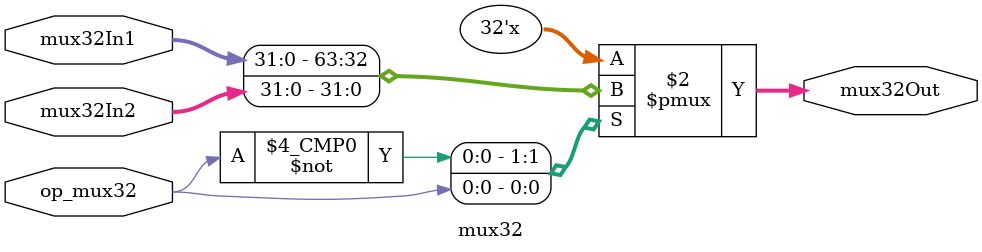
<source format=v>

module mux32 (mux32In1, mux32In2, op_mux32, mux32Out);

    // Entradas do multiplexador de 32 bits;
	input [31:0] mux32In1, mux32In2;

    // Operação a ser executada no multiplexador;
	input op_mux32;

    // Saída do multiplexador;
	output reg [31:0] mux32Out;

    // Escolhe a saída do multiplexador toda vez que um dos sinais estiverem altos;
	always@ (*) begin
		case (op_mux32)
		      1'b0:
                mux32Out = mux32In1;
              1'b1:
                mux32Out = mux32In2;
		endcase
	end

endmodule

</source>
